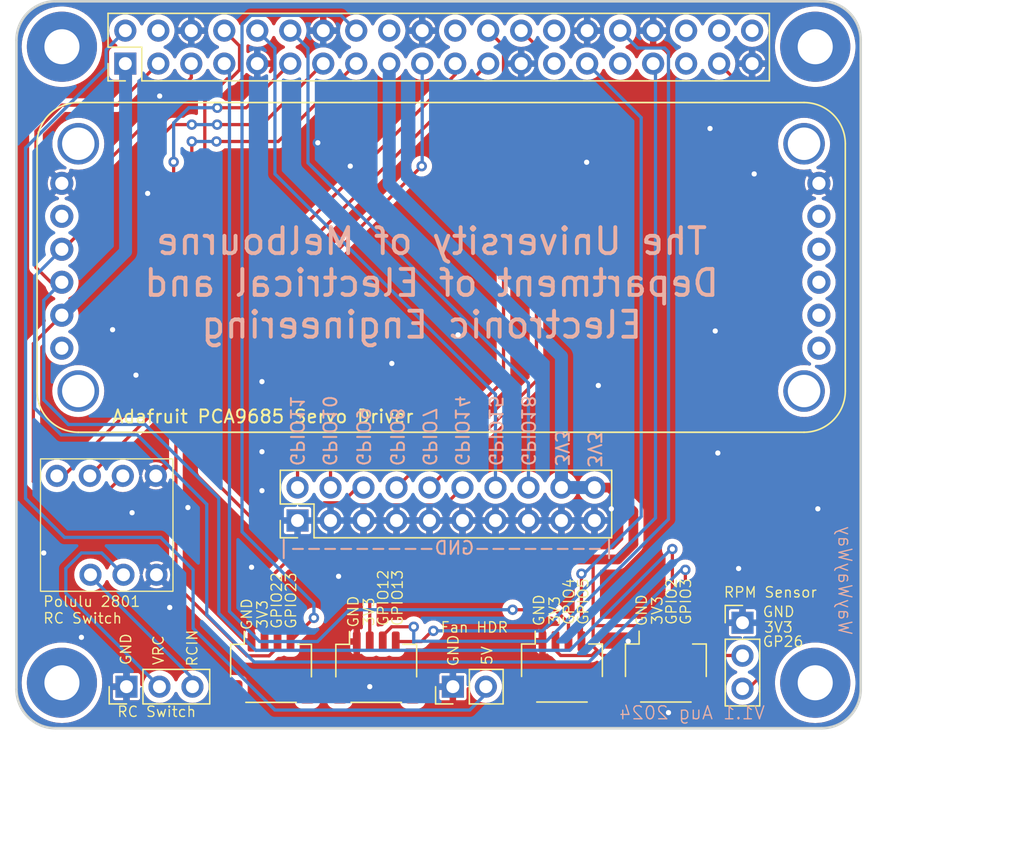
<source format=kicad_pcb>
(kicad_pcb (version 20221018) (generator pcbnew)
  (layers (0 "F.Cu" signal) (31 "B.Cu" signal) (34 "B.Paste" user) (35 "F.Paste" user) (36 "B.SilkS" user "B.Silkscreen") (37 "F.SilkS" user "F.Silkscreen") (38 "B.Mask" user) (39 "F.Mask" user) (44 "Edge.Cuts" user))
  (net 0 "")
  (net 1 "3.3V")
  (net 2 "VCC")
  (net 3 "SDA1")
  (net 5 "SCL1")
  (net 6 "GND")
  (net 7 "SDA2")
  (net 8 "GPIO14")
  (net 9 "GPIO15")
  (net 10 "GPIO17")
  (net 11 "GPIO18")
  (net 12 "GPIO27")
  (net 13 "SDA4")
  (net 14 "SCL4")
  (net 16 "GPIO10")
  (net 17 "GPIO9")
  (net 19 "GPIO11")
  (net 20 "GPIO8")
  (net 21 "GPIO7")
  (net 24 "SCL2")
  (net 26 "SDA3")
  (net 27 "SCL3")
  (net 30 "GPIO26")
  (net 35 "Net-(J7-Pin_2)")
  (net 36 "Net-(J7-Pin_3)")
  (footprint "Connector_JST:JST_SH_SM04B-SRSS-TB_1x04-1MP_P1.00mm_Horizontal" (layer "F.Cu") (at 62 63.3)
    (fp_text reference "J2" hide)
    (fp_text value "Conn_01x04" hide)
    (fp_line (start -3.11 -1.785) (end -2.06 -1.785) (stroke (width 0.12)) (layer "F.SilkS"))
    (fp_line (start -3.11 0.715) (end -3.11 -1.785) (stroke (width 0.12)) (layer "F.SilkS"))
    (fp_line (start -2.06 -1.785) (end -2.06 -2.775) (stroke (width 0.12)) (layer "F.SilkS"))
    (fp_line (start -1.94 2.685) (end 1.94 2.685) (stroke (width 0.12)) (layer "F.SilkS"))
    (fp_line (start 3.11 -1.785) (end 2.06 -1.785) (stroke (width 0.12)) (layer "F.SilkS"))
    (fp_line (start 3.11 0.715) (end 3.11 -1.785) (stroke (width 0.12)) (layer "F.SilkS"))
    (pad "1" smd roundrect (at -1.5 -2) (size 0.6 1.55) (layers "F.Cu" "F.Paste" "F.Mask") (net 6 "GND"))
    (pad "2" smd roundrect (at -0.5 -2) (size 0.6 1.55) (layers "F.Cu" "F.Paste" "F.Mask") (net 1 "3.3V"))
    (pad "3" smd roundrect (at 0.5 -2) (size 0.6 1.55) (layers "F.Cu" "F.Paste" "F.Mask") (net 3 "SDA1"))
    (pad "4" smd roundrect (at 1.5 -2) (size 0.6 1.55) (layers "F.Cu" "F.Paste" "F.Mask") (net 5 "SCL1"))
    (pad "MP" smd roundrect (at -2.8 1.875) (size 1.2 1.8) (layers "F.Cu" "F.Paste" "F.Mask") (roundrect_rratio 0.2083333333))
    (pad "MP" smd roundrect (at 2.8 1.875) (size 1.2 1.8) (layers "F.Cu" "F.Paste" "F.Mask") (roundrect_rratio 0.2083333333))
  )
  (footprint "Connector_PinHeader_2.54mm:PinHeader_1x02_P2.54mm_Vertical" (layer "F.Cu") (at 45.6 64.8 90)
    (fp_text reference "J9" hide)
    (fp_text value "Conn_01x02" hide)
    (fp_line (start -1.33 -1.33) (end 0 -1.33) (stroke (width 0.12)) (layer "F.SilkS"))
    (fp_line (start -1.33 0) (end -1.33 -1.33) (stroke (width 0.12)) (layer "F.SilkS"))
    (fp_line (start -1.33 1.27) (end -1.33 3.87) (stroke (width 0.12)) (layer "F.SilkS"))
    (fp_line (start -1.33 1.27) (end 1.33 1.27) (stroke (width 0.12)) (layer "F.SilkS"))
    (fp_line (start -1.33 3.87) (end 1.33 3.87) (stroke (width 0.12)) (layer "F.SilkS"))
    (fp_line (start 1.33 1.27) (end 1.33 3.87) (stroke (width 0.12)) (layer "F.SilkS"))
    (pad "1" thru_hole rect (at 0 0 90) (size 1.7 1.7) (drill 1) (layers "*.Cu" "*.Mask") (net 6 "GND"))
    (pad "2" thru_hole oval (at 0 2.54 90) (size 1.7 1.7) (drill 1) (layers "*.Cu" "*.Mask") (net 2 "VCC"))
  )
  (footprint "Connector_PinHeader_2.54mm:PinHeader_2x20_P2.54mm_Vertical" (layer "F.Cu") (at 20.38 16.8 90)
    (fp_text reference "J1" hide)
    (fp_text value "Conn_02x20_Odd_Even" hide)
    (fp_line (start -1.33 -1.33) (end 0 -1.33) (stroke (width 0.12)) (layer "F.SilkS"))
    (fp_line (start -1.33 0) (end -1.33 -1.33) (stroke (width 0.12)) (layer "F.SilkS"))
    (fp_line (start -1.33 1.27) (end -1.33 49.59) (stroke (width 0.12)) (layer "F.SilkS"))
    (fp_line (start -1.33 1.27) (end 1.27 1.27) (stroke (width 0.12)) (layer "F.SilkS"))
    (fp_line (start -1.33 49.59) (end 3.87 49.59) (stroke (width 0.12)) (layer "F.SilkS"))
    (fp_line (start 1.27 -1.33) (end 3.87 -1.33) (stroke (width 0.12)) (layer "F.SilkS"))
    (fp_line (start 1.27 1.27) (end 1.27 -1.33) (stroke (width 0.12)) (layer "F.SilkS"))
    (fp_line (start 3.87 -1.33) (end 3.87 49.59) (stroke (width 0.12)) (layer "F.SilkS"))
    (pad "1" thru_hole rect (at 0 0 90) (size 1.7 1.7) (drill 1) (layers "*.Cu" "*.Mask") (net 1 "3.3V"))
    (pad "2" thru_hole oval (at 2.54 0 90) (size 1.7 1.7) (drill 1) (layers "*.Cu" "*.Mask") (net 2 "VCC"))
    (pad "3" thru_hole oval (at 0 2.54 90) (size 1.7 1.7) (drill 1) (layers "*.Cu" "*.Mask") (net 3 "SDA1"))
    (pad "4" thru_hole oval (at 2.54 2.54 90) (size 1.7 1.7) (drill 1) (layers "*.Cu" "*.Mask"))
    (pad "5" thru_hole oval (at 0 5.08 90) (size 1.7 1.7) (drill 1) (layers "*.Cu" "*.Mask") (net 5 "SCL1"))
    (pad "6" thru_hole oval (at 2.54 5.08 90) (size 1.7 1.7) (drill 1) (layers "*.Cu" "*.Mask") (net 6 "GND"))
    (pad "7" thru_hole oval (at 0 7.62 90) (size 1.7 1.7) (drill 1) (layers "*.Cu" "*.Mask") (net 7 "SDA2"))
    (pad "8" thru_hole oval (at 2.54 7.62 90) (size 1.7 1.7) (drill 1) (layers "*.Cu" "*.Mask") (net 8 "GPIO14"))
    (pad "9" thru_hole oval (at 0 10.16 90) (size 1.7 1.7) (drill 1) (layers "*.Cu" "*.Mask") (net 6 "GND"))
    (pad "10" thru_hole oval (at 2.54 10.16 90) (size 1.7 1.7) (drill 1) (layers "*.Cu" "*.Mask") (net 9 "GPIO15"))
    (pad "11" thru_hole oval (at 0 12.7 90) (size 1.7 1.7) (drill 1) (layers "*.Cu" "*.Mask") (net 10 "GPIO17"))
    (pad "12" thru_hole oval (at 2.54 12.7 90) (size 1.7 1.7) (drill 1) (layers "*.Cu" "*.Mask") (net 11 "GPIO18"))
    (pad "13" thru_hole oval (at 0 15.24 90) (size 1.7 1.7) (drill 1) (layers "*.Cu" "*.Mask") (net 12 "GPIO27"))
    (pad "14" thru_hole oval (at 2.54 15.24 90) (size 1.7 1.7) (drill 1) (layers "*.Cu" "*.Mask") (net 6 "GND"))
    (pad "15" thru_hole oval (at 0 17.78 90) (size 1.7 1.7) (drill 1) (layers "*.Cu" "*.Mask") (net 13 "SDA4"))
    (pad "16" thru_hole oval (at 2.54 17.78 90) (size 1.7 1.7) (drill 1) (layers "*.Cu" "*.Mask") (net 14 "SCL4"))
    (pad "17" thru_hole oval (at 0 20.32 90) (size 1.7 1.7) (drill 1) (layers "*.Cu" "*.Mask") (net 1 "3.3V"))
    (pad "18" thru_hole oval (at 2.54 20.32 90) (size 1.7 1.7) (drill 1) (layers "*.Cu" "*.Mask"))
    (pad "19" thru_hole oval (at 0 22.86 90) (size 1.7 1.7) (drill 1) (layers "*.Cu" "*.Mask") (net 16 "GPIO10"))
    (pad "20" thru_hole oval (at 2.54 22.86 90) (size 1.7 1.7) (drill 1) (layers "*.Cu" "*.Mask") (net 6 "GND"))
    (pad "21" thru_hole oval (at 0 25.4 90) (size 1.7 1.7) (drill 1) (layers "*.Cu" "*.Mask") (net 17 "GPIO9"))
    (pad "22" thru_hole oval (at 2.54 25.4 90) (size 1.7 1.7) (drill 1) (layers "*.Cu" "*.Mask"))
    (pad "23" thru_hole oval (at 0 27.94 90) (size 1.7 1.7) (drill 1) (layers "*.Cu" "*.Mask") (net 19 "GPIO11"))
    (pad "24" thru_hole oval (at 2.54 27.94 90) (size 1.7 1.7) (drill 1) (layers "*.Cu" "*.Mask") (net 20 "GPIO8"))
    (pad "25" thru_hole oval (at 0 30.48 90) (size 1.7 1.7) (drill 1) (layers "*.Cu" "*.Mask") (net 6 "GND"))
    (pad "26" thru_hole oval (at 2.54 30.48 90) (size 1.7 1.7) (drill 1) (layers "*.Cu" "*.Mask") (net 21 "GPIO7"))
    (pad "27" thru_hole oval (at 0 33.02 90) (size 1.7 1.7) (drill 1) (layers "*.Cu" "*.Mask"))
    (pad "28" thru_hole oval (at 2.54 33.02 90) (size 1.7 1.7) (drill 1) (layers "*.Cu" "*.Mask"))
    (pad "29" thru_hole oval (at 0 35.56 90) (size 1.7 1.7) (drill 1) (layers "*.Cu" "*.Mask") (net 24 "SCL2"))
    (pad "30" thru_hole oval (at 2.54 35.56 90) (size 1.7 1.7) (drill 1) (layers "*.Cu" "*.Mask") (net 6 "GND"))
    (pad "31" thru_hole oval (at 0 38.1 90) (size 1.7 1.7) (drill 1) (layers "*.Cu" "*.Mask"))
    (pad "32" thru_hole oval (at 2.54 38.1 90) (size 1.7 1.7) (drill 1) (layers "*.Cu" "*.Mask") (net 26 "SDA3"))
    (pad "33" thru_hole oval (at 0 40.64 90) (size 1.7 1.7) (drill 1) (layers "*.Cu" "*.Mask") (net 27 "SCL3"))
    (pad "34" thru_hole oval (at 2.54 40.64 90) (size 1.7 1.7) (drill 1) (layers "*.Cu" "*.Mask") (net 6 "GND"))
    (pad "35" thru_hole oval (at 0 43.18 90) (size 1.7 1.7) (drill 1) (layers "*.Cu" "*.Mask"))
    (pad "36" thru_hole oval (at 2.54 43.18 90) (size 1.7 1.7) (drill 1) (layers "*.Cu" "*.Mask"))
    (pad "37" thru_hole oval (at 0 45.72 90) (size 1.7 1.7) (drill 1) (layers "*.Cu" "*.Mask") (net 30 "GPIO26"))
    (pad "38" thru_hole oval (at 2.54 45.72 90) (size 1.7 1.7) (drill 1) (layers "*.Cu" "*.Mask"))
    (pad "39" thru_hole oval (at 0 48.26 90) (size 1.7 1.7) (drill 1) (layers "*.Cu" "*.Mask") (net 6 "GND"))
    (pad "40" thru_hole oval (at 2.54 48.26 90) (size 1.7 1.7) (drill 1) (layers "*.Cu" "*.Mask"))
  )
  (footprint "Connector_PinHeader_2.54mm:PinHeader_2x10_P2.54mm_Vertical" (layer "F.Cu") (at 33.64 52 90)
    (fp_text reference "J6" hide)
    (fp_text value "Conn_02x10_Odd_Even" hide)
    (fp_line (start -1.33 -1.33) (end 0 -1.33) (stroke (width 0.12)) (layer "F.SilkS"))
    (fp_line (start -1.33 0) (end -1.33 -1.33) (stroke (width 0.12)) (layer "F.SilkS"))
    (fp_line (start -1.33 1.27) (end -1.33 24.19) (stroke (width 0.12)) (layer "F.SilkS"))
    (fp_line (start -1.33 1.27) (end 1.27 1.27) (stroke (width 0.12)) (layer "F.SilkS"))
    (fp_line (start -1.33 24.19) (end 3.87 24.19) (stroke (width 0.12)) (layer "F.SilkS"))
    (fp_line (start 1.27 -1.33) (end 3.87 -1.33) (stroke (width 0.12)) (layer "F.SilkS"))
    (fp_line (start 1.27 1.27) (end 1.27 -1.33) (stroke (width 0.12)) (layer "F.SilkS"))
    (fp_line (start 3.87 -1.33) (end 3.87 24.19) (stroke (width 0.12)) (layer "F.SilkS"))
    (pad "1" thru_hole rect (at 0 0 90) (size 1.7 1.7) (drill 1) (layers "*.Cu" "*.Mask") (net 6 "GND"))
    (pad "2" thru_hole oval (at 2.54 0 90) (size 1.7 1.7) (drill 1) (layers "*.Cu" "*.Mask") (net 19 "GPIO11"))
    (pad "3" thru_hole oval (at 0 2.54 90) (size 1.7 1.7) (drill 1) (layers "*.Cu" "*.Mask") (net 6 "GND"))
    (pad "4" thru_hole oval (at 2.54 2.54 90) (size 1.7 1.7) (drill 1) (layers "*.Cu" "*.Mask") (net 16 "GPIO10"))
    (pad "5" thru_hole oval (at 0 5.08 90) (size 1.7 1.7) (drill 1) (layers "*.Cu" "*.Mask") (net 6 "GND"))
    (pad "6" thru_hole oval (at 2.54 5.08 90) (size 1.7 1.7) (drill 1) (layers "*.Cu" "*.Mask") (net 17 "GPIO9"))
    (pad "7" thru_hole oval (at 0 7.62 90) (size 1.7 1.7) (drill 1) (layers "*.Cu" "*.Mask") (net 6 "GND"))
    (pad "8" thru_hole oval (at 2.54 7.62 90) (size 1.7 1.7) (drill 1) (layers "*.Cu" "*.Mask") (net 20 "GPIO8"))
    (pad "9" thru_hole oval (at 0 10.16 90) (size 1.7 1.7) (drill 1) (layers "*.Cu" "*.Mask") (net 6 "GND"))
    (pad "10" thru_hole oval (at 2.54 10.16 90) (size 1.7 1.7) (drill 1) (layers "*.Cu" "*.Mask") (net 21 "GPIO7"))
    (pad "11" thru_hole oval (at 0 12.7 90) (size 1.7 1.7) (drill 1) (layers "*.Cu" "*.Mask") (net 6 "GND"))
    (pad "12" thru_hole oval (at 2.54 12.7 90) (size 1.7 1.7) (drill 1) (layers "*.Cu" "*.Mask") (net 8 "GPIO14"))
    (pad "13" thru_hole oval (at 0 15.24 90) (size 1.7 1.7) (drill 1) (layers "*.Cu" "*.Mask") (net 6 "GND"))
    (pad "14" thru_hole oval (at 2.54 15.24 90) (size 1.7 1.7) (drill 1) (layers "*.Cu" "*.Mask") (net 9 "GPIO15"))
    (pad "15" thru_hole oval (at 0 17.78 90) (size 1.7 1.7) (drill 1) (layers "*.Cu" "*.Mask") (net 6 "GND"))
    (pad "16" thru_hole oval (at 2.54 17.78 90) (size 1.7 1.7) (drill 1) (layers "*.Cu" "*.Mask") (net 11 "GPIO18"))
    (pad "17" thru_hole oval (at 0 20.32 90) (size 1.7 1.7) (drill 1) (layers "*.Cu" "*.Mask") (net 6 "GND"))
    (pad "18" thru_hole oval (at 2.54 20.32 90) (size 1.7 1.7) (drill 1) (layers "*.Cu" "*.Mask") (net 1 "3.3V"))
    (pad "19" thru_hole oval (at 0 22.86 90) (size 1.7 1.7) (drill 1) (layers "*.Cu" "*.Mask") (net 6 "GND"))
    (pad "20" thru_hole oval (at 2.54 22.86 90) (size 1.7 1.7) (drill 1) (layers "*.Cu" "*.Mask") (net 1 "3.3V"))
  )
  (footprint "MountingHole:MountingHole_2.7mm_M2.5_Pad" (layer "F.Cu") (at 15.5 64.5)
    (fp_text reference "H3" hide)
    (fp_text value "MountingHole" hide)
    (pad "1" thru_hole circle (at 0 0) (size 5.4 5.4) (drill 2.7) (layers "*.Cu" "*.Mask"))
  )
  (footprint "MountingHole:MountingHole_2.7mm_M2.5_Pad" (layer "F.Cu") (at 73.5 64.5)
    (fp_text reference "H4" hide)
    (fp_text value "MountingHole" hide)
    (pad "1" thru_hole circle (at 0 0) (size 5.4 5.4) (drill 2.7) (layers "*.Cu" "*.Mask"))
  )
  (footprint "Polulu-PCA9685:Polulu-PCA9685" (layer "F.Cu") (at 44.7 32.5)
    (fp_text reference "U1" hide)
    (fp_text value "815")
    (fp_line (start -31.115 9.525) (end -31.115 -9.525) (stroke (width 0.127)) (layer "F.SilkS"))
    (fp_line (start -27.94 -12.7) (end 27.94 -12.7) (stroke (width 0.127)) (layer "F.SilkS"))
    (fp_line (start 27.94 12.7) (end -27.94 12.7) (stroke (width 0.127)) (layer "F.SilkS"))
    (fp_line (start 31.115 -9.525) (end 31.115 9.525) (stroke (width 0.127)) (layer "F.SilkS"))
    (fp_arc (start -31.115 -9.525) (mid -30.185064 -11.770064) (end -27.94 -12.7) (stroke (width 0.127)) (layer "F.SilkS"))
    (fp_arc (start -27.94 12.7) (mid -30.185064 11.770064) (end -31.115 9.525) (stroke (width 0.127)) (layer "F.SilkS"))
    (fp_arc (start 27.94 -12.7) (mid 30.185064 -11.770064) (end 31.115 -9.525) (stroke (width 0.127)) (layer "F.SilkS"))
    (fp_arc (start 31.115 9.525) (mid 30.185064 11.770064) (end 27.94 12.7) (stroke (width 0.127)) (layer "F.SilkS"))
    (pad "GND" thru_hole circle (at -29.21 -6.477) (size 1.778 1.778) (drill 1.016) (layers "*.Cu" "*.Mask") (net 6 "GND"))
    (pad "GND" thru_hole circle (at 29.083 -6.477) (size 1.778 1.778) (drill 1.016) (layers "*.Cu" "*.Mask") (net 6 "GND"))
    (pad "OE" thru_hole circle (at -29.21 -3.937) (size 1.778 1.778) (drill 1.016) (layers "*.Cu" "*.Mask"))
    (pad "OE" thru_hole circle (at 29.083 -3.937) (size 1.778 1.778) (drill 1.016) (layers "*.Cu" "*.Mask"))
    (pad "S1" thru_hole circle (at -27.94 -9.525) (size 3.2 3.2) (drill 2.5) (layers "*.Cu" "*.Mask"))
    (pad "S2" thru_hole circle (at 27.94 -9.525) (size 3.2 3.2) (drill 2.5) (layers "*.Cu" "*.Mask"))
    (pad "S3" thru_hole circle (at -27.94 9.525) (size 3.2 3.2) (drill 2.5) (layers "*.Cu" "*.Mask"))
    (pad "S4" thru_hole circle (at 27.94 9.525) (size 3.2 3.2) (drill 2.5) (layers "*.Cu" "*.Mask"))
    (pad "SCL" thru_hole circle (at -29.21 -1.397) (size 1.778 1.778) (drill 1.016) (layers "*.Cu" "*.Mask") (net 5 "SCL1"))
    (pad "SCL" thru_hole circle (at 29.083 -1.397) (size 1.778 1.778) (drill 1.016) (layers "*.Cu" "*.Mask") (net 5 "SCL1"))
    (pad "SDA" thru_hole circle (at -29.21 1.143) (size 1.778 1.778) (drill 1.016) (layers "*.Cu" "*.Mask") (net 3 "SDA1"))
    (pad "SDA" thru_hole circle (at 29.083 1.143) (size 1.778 1.778) (drill 1.016) (layers "*.Cu" "*.Mask") (net 3 "SDA1"))
    (pad "V+" thru_hole circle (at -29.21 6.223) (size 1.778 1.778) (drill 1.016) (layers "*.Cu" "*.Mask"))
    (pad "V+" thru_hole circle (at 29.083 6.223) (size 1.778 1.778) (drill 1.016) (layers "*.Cu" "*.Mask"))
    (pad "VCC" thru_hole circle (at -29.21 3.683) (size 1.778 1.778) (drill 1.016) (layers "*.Cu" "*.Mask") (net 1 "3.3V"))
    (pad "VCC" thru_hole circle (at 29.083 3.683) (size 1.778 1.778) (drill 1.016) (layers "*.Cu" "*.Mask") (net 1 "3.3V"))
  )
  (footprint "Polulu2801-RCSwitch:2801RCSwitch" (layer "F.Cu") (at 24.05 57.45 90)
    (fp_text reference "U2" hide)
    (fp_text value "~")
    (fp_rect (start 0 0) (end 10.2 -10.2) (stroke (width 0.1)) (fill none) (layer "F.SilkS"))
    (pad "1" thru_hole circle (at 1.27 -6.35 90) (size 1.7 1.7) (drill 1) (layers "*.Cu" "*.Mask") (net 36 "Net-(J7-Pin_3)"))
    (pad "2" thru_hole circle (at 1.27 -3.81 90) (size 1.7 1.7) (drill 1) (layers "*.Cu" "*.Mask") (net 35 "Net-(J7-Pin_2)"))
    (pad "3" thru_hole circle (at 1.27 -1.27 90) (size 1.7 1.7) (drill 1) (layers "*.Cu" "*.Mask") (net 6 "GND"))
    (pad "4" thru_hole circle (at 8.89 -1.32 90) (size 1.7 1.7) (drill 1) (layers "*.Cu" "*.Mask") (net 6 "GND"))
    (pad "5" thru_hole circle (at 8.89 -3.86 90) (size 1.7 1.7) (drill 1) (layers "*.Cu" "*.Mask") (net 1 "3.3V"))
    (pad "6" thru_hole circle (at 8.89 -6.4 90) (size 1.7 1.7) (drill 1) (layers "*.Cu" "*.Mask") (net 10 "GPIO17"))
    (pad "7" thru_hole circle (at 8.89 -8.94 90) (size 1.7 1.7) (drill 1) (layers "*.Cu" "*.Mask") (net 12 "GPIO27"))
  )
  (footprint "MountingHole:MountingHole_2.7mm_M2.5_Pad" (layer "F.Cu") (at 73.5 15.5)
    (fp_text reference "H2" hide)
    (fp_text value "MountingHole" hide)
    (pad "1" thru_hole circle (at 0 0) (size 5.4 5.4) (drill 2.7) (layers "*.Cu" "*.Mask"))
  )
  (footprint "Connector_JST:JST_SH_SM04B-SRSS-TB_1x04-1MP_P1.00mm_Horizontal" (layer "F.Cu") (at 31.6 63.325)
    (fp_text reference "J5" hide)
    (fp_text value "Conn_01x04" hide)
    (fp_line (start -3.11 -1.785) (end -2.06 -1.785) (stroke (width 0.12)) (layer "F.SilkS"))
    (fp_line (start -3.11 0.715) (end -3.11 -1.785) (stroke (width 0.12)) (layer "F.SilkS"))
    (fp_line (start -2.06 -1.785) (end -2.06 -2.775) (stroke (width 0.12)) (layer "F.SilkS"))
    (fp_line (start -1.94 2.685) (end 1.94 2.685) (stroke (width 0.12)) (layer "F.SilkS"))
    (fp_line (start 3.11 -1.785) (end 2.06 -1.785) (stroke (width 0.12)) (layer "F.SilkS"))
    (fp_line (start 3.11 0.715) (end 3.11 -1.785) (stroke (width 0.12)) (layer "F.SilkS"))
    (pad "1" smd roundrect (at -1.5 -2) (size 0.6 1.55) (layers "F.Cu" "F.Paste" "F.Mask") (net 6 "GND"))
    (pad "2" smd roundrect (at -0.5 -2) (size 0.6 1.55) (layers "F.Cu" "F.Paste" "F.Mask") (net 1 "3.3V"))
    (pad "3" smd roundrect (at 0.5 -2) (size 0.6 1.55) (layers "F.Cu" "F.Paste" "F.Mask") (net 13 "SDA4"))
    (pad "4" smd roundrect (at 1.5 -2) (size 0.6 1.55) (layers "F.Cu" "F.Paste" "F.Mask") (net 14 "SCL4"))
    (pad "MP" smd roundrect (at -2.8 1.875) (size 1.2 1.8) (layers "F.Cu" "F.Paste" "F.Mask") (roundrect_rratio 0.2083333333))
    (pad "MP" smd roundrect (at 2.8 1.875) (size 1.2 1.8) (layers "F.Cu" "F.Paste" "F.Mask") (roundrect_rratio 0.2083333333))
  )
  (footprint "MountingHole:MountingHole_2.7mm_M2.5_Pad" (layer "F.Cu") (at 15.5 15.5)
    (fp_text reference "H1" hide)
    (fp_text value "MountingHole" hide)
    (pad "1" thru_hole circle (at 0 0) (size 5.4 5.4) (drill 2.7) (layers "*.Cu" "*.Mask"))
  )
  (footprint "Connector_PinHeader_2.54mm:PinHeader_1x03_P2.54mm_Vertical" (layer "F.Cu") (at 20.47 64.8 90)
    (fp_text reference "J7" hide)
    (fp_text value "Conn_01x03" hide)
    (fp_line (start -1.33 -1.33) (end 0 -1.33) (stroke (width 0.12)) (layer "F.SilkS"))
    (fp_line (start -1.33 0) (end -1.33 -1.33) (stroke (width 0.12)) (layer "F.SilkS"))
    (fp_line (start -1.33 1.27) (end -1.33 6.41) (stroke (width 0.12)) (layer "F.SilkS"))
    (fp_line (start -1.33 1.27) (end 1.33 1.27) (stroke (width 0.12)) (layer "F.SilkS"))
    (fp_line (start -1.33 6.41) (end 1.33 6.41) (stroke (width 0.12)) (layer "F.SilkS"))
    (fp_line (start 1.33 1.27) (end 1.33 6.41) (stroke (width 0.12)) (layer "F.SilkS"))
    (pad "1" thru_hole rect (at 0 0 90) (size 1.7 1.7) (drill 1) (layers "*.Cu" "*.Mask") (net 6 "GND"))
    (pad "2" thru_hole oval (at 0 2.54 90) (size 1.7 1.7) (drill 1) (layers "*.Cu" "*.Mask") (net 35 "Net-(J7-Pin_2)"))
    (pad "3" thru_hole oval (at 0 5.08 90) (size 1.7 1.7) (drill 1) (layers "*.Cu" "*.Mask") (net 36 "Net-(J7-Pin_3)"))
  )
  (footprint "Connector_PinHeader_2.54mm:PinHeader_1x03_P2.54mm_Vertical" (layer "F.Cu") (at 67.9 59.875)
    (fp_text reference "J8" hide)
    (fp_text value "Conn_01x03" hide)
    (fp_line (start -1.33 -1.33) (end 0 -1.33) (stroke (width 0.12)) (layer "F.SilkS"))
    (fp_line (start -1.33 0) (end -1.33 -1.33) (stroke (width 0.12)) (layer "F.SilkS"))
    (fp_line (start -1.33 1.27) (end -1.33 6.41) (stroke (width 0.12)) (layer "F.SilkS"))
    (fp_line (start -1.33 1.27) (end 1.33 1.27) (stroke (width 0.12)) (layer "F.SilkS"))
    (fp_line (start -1.33 6.41) (end 1.33 6.41) (stroke (width 0.12)) (layer "F.SilkS"))
    (fp_line (start 1.33 1.27) (end 1.33 6.41) (stroke (width 0.12)) (layer "F.SilkS"))
    (pad "1" thru_hole rect (at 0 0) (size 1.7 1.7) (drill 1) (layers "*.Cu" "*.Mask") (net 6 "GND"))
    (pad "2" thru_hole oval (at 0 2.54) (size 1.7 1.7) (drill 1) (layers "*.Cu" "*.Mask") (net 1 "3.3V"))
    (pad "3" thru_hole oval (at 0 5.08) (size 1.7 1.7) (drill 1) (layers "*.Cu" "*.Mask") (net 30 "GPIO26"))
  )
  (footprint "Connector_JST:JST_SH_SM04B-SRSS-TB_1x04-1MP_P1.00mm_Horizontal" (layer "F.Cu") (at 54 63.3)
    (fp_text reference "J3" hide)
    (fp_text value "Conn_01x04" hide)
    (fp_line (start -3.11 -1.785) (end -2.06 -1.785) (stroke (width 0.12)) (layer "F.SilkS"))
    (fp_line (start -3.11 0.715) (end -3.11 -1.785) (stroke (width 0.12)) (layer "F.SilkS"))
    (fp_line (start -2.06 -1.785) (end -2.06 -2.775) (stroke (width 0.12)) (layer "F.SilkS"))
    (fp_line (start -1.94 2.685) (end 1.94 2.685) (stroke (width 0.12)) (layer "F.SilkS"))
    (fp_line (start 3.11 -1.785) (end 2.06 -1.785) (stroke (width 0.12)) (layer "F.SilkS"))
    (fp_line (start 3.11 0.715) (end 3.11 -1.785) (stroke (width 0.12)) (layer "F.SilkS"))
    (pad "1" smd roundrect (at -1.5 -2) (size 0.6 1.55) (layers "F.Cu" "F.Paste" "F.Mask") (net 6 "GND"))
    (pad "2" smd roundrect (at -0.5 -2) (size 0.6 1.55) (layers "F.Cu" "F.Paste" "F.Mask") (net 1 "3.3V"))
    (pad "3" smd roundrect (at 0.5 -2) (size 0.6 1.55) (layers "F.Cu" "F.Paste" "F.Mask") (net 7 "SDA2"))
    (pad "4" smd roundrect (at 1.5 -2) (size 0.6 1.55) (layers "F.Cu" "F.Paste" "F.Mask") (net 24 "SCL2"))
    (pad "MP" smd roundrect (at -2.8 1.875) (size 1.2 1.8) (layers "F.Cu" "F.Paste" "F.Mask") (roundrect_rratio 0.2083333333))
    (pad "MP" smd roundrect (at 2.8 1.875) (size 1.2 1.8) (layers "F.Cu" "F.Paste" "F.Mask") (roundrect_rratio 0.2083333333))
  )
  (footprint "Connector_JST:JST_SH_SM04B-SRSS-TB_1x04-1MP_P1.00mm_Horizontal" (layer "F.Cu") (at 39.7 63.325)
    (fp_text reference "J4" hide)
    (fp_text value "Conn_01x04" hide)
    (fp_line (start -3.11 -1.785) (end -2.06 -1.785) (stroke (width 0.12)) (layer "F.SilkS"))
    (fp_line (start -3.11 0.715) (end -3.11 -1.785) (stroke (width 0.12)) (layer "F.SilkS"))
    (fp_line (start -2.06 -1.785) (end -2.06 -2.775) (stroke (width 0.12)) (layer "F.SilkS"))
    (fp_line (start -1.94 2.685) (end 1.94 2.685) (stroke (width 0.12)) (layer "F.SilkS"))
    (fp_line (start 3.11 -1.785) (end 2.06 -1.785) (stroke (width 0.12)) (layer "F.SilkS"))
    (fp_line (start 3.11 0.715) (end 3.11 -1.785) (stroke (width 0.12)) (layer "F.SilkS"))
    (pad "1" smd roundrect (at -1.5 -2) (size 0.6 1.55) (layers "F.Cu" "F.Paste" "F.Mask") (net 6 "GND"))
    (pad "2" smd roundrect (at -0.5 -2) (size 0.6 1.55) (layers "F.Cu" "F.Paste" "F.Mask") (net 1 "3.3V"))
    (pad "3" smd roundrect (at 0.5 -2) (size 0.6 1.55) (layers "F.Cu" "F.Paste" "F.Mask") (net 26 "SDA3"))
    (pad "4" smd roundrect (at 1.5 -2) (size 0.6 1.55) (layers "F.Cu" "F.Paste" "F.Mask") (net 27 "SCL3"))
    (pad "MP" smd roundrect (at -2.8 1.875) (size 1.2 1.8) (layers "F.Cu" "F.Paste" "F.Mask") (roundrect_rratio 0.2083333333))
    (pad "MP" smd roundrect (at 2.8 1.875) (size 1.2 1.8) (layers "F.Cu" "F.Paste" "F.Mask") (roundrect_rratio 0.2083333333))
  )
  (gr_line (start 12 65) (end 12 15) (stroke (width 0.2)) (layer "Edge.Cuts"))
  (gr_arc (start 12 15) (mid 12.87868 12.87868) (end 15 12) (stroke (width 0.2)) (layer "Edge.Cuts"))
  (gr_arc (start 15 68) (mid 12.87868 67.12132) (end 12 65) (stroke (width 0.2)) (layer "Edge.Cuts"))
  (gr_arc (start 74 12) (mid 76.12132 12.87868) (end 77 15) (stroke (width 0.2)) (layer "Edge.Cuts"))
  (gr_line (start 77 15) (end 77 65) (stroke (width 0.2)) (layer "Edge.Cuts"))
  (gr_line (start 15 12) (end 74 12) (stroke (width 0.2)) (layer "Edge.Cuts"))
  (gr_arc (start 77 65) (mid 76.12132 67.12132) (end 74 68) (stroke (width 0.2)) (layer "Edge.Cuts"))
  (gr_line (start 74 68) (end 15 68) (stroke (width 0.2)) (layer "Edge.Cuts"))
  (gr_text "GPIO18" (at 50.8 47.9 270) (layer "B.SilkS") (effects (font (size 1 1)) (justify left bottom mirror)))
  (gr_text "GPIO15" (at 48.3 47.9 270) (layer "B.SilkS") (effects (font (size 1 1)) (justify left bottom mirror)))
  (gr_text "V1.1 Aug 2024\n" (at 69.7 67.4) (layer "B.SilkS") (effects (font (size 1 1) (thickness 0.1)) (justify left bottom mirror)))
  (gr_text "GPIO9" (at 38.1 47.9 270) (layer "B.SilkS") (effects (font (size 1 1)) (justify left bottom mirror)))
  (gr_text "|--------GND---------|\n" (at 58.2 54.7) (layer "B.SilkS") (effects (font (size 1 1)) (justify left bottom mirror)))
  (gr_text "3V3" (at 53.4 47.9 270) (layer "B.SilkS") (effects (font (size 1 1)) (justify left bottom mirror)))
  (gr_text "GPIO14\n" (at 45.7 47.9 270) (layer "B.SilkS") (effects (font (size 1 1)) (justify left bottom mirror)))
  (gr_text "3V3" (at 55.9 48 270) (layer "B.SilkS") (effects (font (size 1 1)) (justify left bottom mirror)))
  (gr_text "The University of Melbourne \nDepartment of Electrical and \nElectronic Engineering\n" (at 43.2 38.1) (layer "B.SilkS") (effects (font (size 2 2) (thickness 0.3)) (justify bottom mirror)))
  (gr_text "GPIO7" (at 43.2 47.9 270) (layer "B.SilkS") (effects (font (size 1 1)) (justify left bottom mirror)))
  (gr_text "GPIO11\n" (at 33 47.9 -90) (layer "B.SilkS") (effects (font (size 1 1)) (justify left bottom mirror)))
  (gr_text "GPIO8" (at 40.7 47.9 270) (layer "B.SilkS") (effects (font (size 1 1)) (justify left bottom mirror)))
  (gr_text "WayWayWay" (at 75.2 60.9 270) (layer "B.SilkS") (effects (font (size 1 1) (thickness 0.1)) (justify left bottom mirror)))
  (gr_text "GPIO10\n" (at 35.5 47.9 270) (layer "B.SilkS") (effects (font (size 1 1)) (justify left bottom mirror)))
  (gr_text "3V3\n" (at 39.6 60.2 90) (layer "F.SilkS") (effects (font (size 0.8 0.8) (thickness 0.1)) (justify left bottom)))
  (gr_text "GPIO13\n" (at 41.8 60.2 90) (layer "F.SilkS") (effects (font (size 0.8 0.8) (thickness 0.1)) (justify left bottom)))
  (gr_text "GPIO4\n" (at 55 60.1 90) (layer "F.SilkS") (effects (font (size 0.8 0.8) (thickness 0.1)) (justify left bottom)))
  (gr_text "GPIO23\n" (at 33.6 60.4 90) (layer "F.SilkS") (effects (font (size 0.8 0.8) (thickness 0.1)) (justify left bottom)))
  (gr_text "GP26" (at 69.4 61.8) (layer "F.SilkS") (effects (font (size 0.8 0.8) (thickness 0.1)) (justify left bottom)))
  (gr_text "GND" (at 30.2 60.5 90) (layer "F.SilkS") (effects (font (size 0.8 0.8) (thickness 0.1)) (justify left bottom)))
  (gr_text "Adafruit PCA9685 Servo Driver" (at 19.275 44.575) (layer "F.SilkS") (effects (font (size 1 1)) (justify left bottom)))
  (gr_text "GPIO12\n" (at 40.7 60.2 90) (layer "F.SilkS") (effects (font (size 0.8 0.8) (thickness 0.1)) (justify left bottom)))
  (gr_text "VRC" (at 23.4 63.2 90) (layer "F.SilkS") (effects (font (size 0.8 0.8) (thickness 0.1)) (justify left bottom)))
  (gr_text "GPIO2\n" (at 62.9 60.1 90) (layer "F.SilkS") (effects (font (size 0.8 0.8) (thickness 0.1)) (justify left bottom)))
  (gr_text "RPM Sensor" (at 66.4 58) (layer "F.SilkS") (effects (font (size 0.8 0.8) (thickness 0.1)) (justify left bottom)))
  (gr_text "GND" (at 60.6 60.2 90) (layer "F.SilkS") (effects (font (size 0.8 0.8) (thickness 0.1)) (justify left bottom)))
  (gr_text "GND\n" (at 20.9 63.2 90) (layer "F.SilkS") (effects (font (size 0.8 0.8) (thickness 0.1)) (justify left bottom)))
  (gr_text "GND" (at 52.7 60.2 90) (layer "F.SilkS") (effects (font (size 0.8 0.8) (thickness 0.1)) (justify left bottom)))
  (gr_text "Polulu 2801\nRC Switch" (at 14 60) (layer "F.SilkS") (effects (font (size 0.8 0.8) (thickness 0.1)) (justify left bottom)))
  (gr_text "Fan HDR" (at 44.6 60.7) (layer "F.SilkS") (effects (font (size 0.8 0.8) (thickness 0.1)) (justify left bottom)))
  (gr_text "RCIN" (at 26 63.3 90) (layer "F.SilkS") (effects (font (size 0.8 0.8) (thickness 0.1)) (justify left bottom)))
  (gr_text "5V" (at 48.7 63.2 90) (layer "F.SilkS") (effects (font (size 0.8 0.8) (thickness 0.1)) (justify left bottom)))
  (gr_text "3V3\n" (at 61.8 60.1 90) (layer "F.SilkS") (effects (font (size 0.8 0.8) (thickness 0.1)) (justify left bottom)))
  (gr_text "RC Switch" (at 19.7 67.2) (layer "F.SilkS") (effects (font (size 0.8 0.8) (thickness 0.1)) (justify left bottom)))
  (gr_text "GND\n" (at 69.4 59.5) (layer "F.SilkS") (effects (font (size 0.8 0.8) (thickness 0.1)) (justify left bottom)))
  (gr_text "GPIO22" (at 32.5 60.4 90) (layer "F.SilkS") (effects (font (size 0.8 0.8) (thickness 0.1)) (justify left bottom)))
  (gr_text "GPIO3\n" (at 64 60.1 90) (layer "F.SilkS") (effects (font (size 0.8 0.8) (thickness 0.1)) (justify left bottom)))
  (gr_text "3V3\n" (at 53.9 60.1 90) (layer "F.SilkS") (effects (font (size 0.8 0.8) (thickness 0.1)) (justify left bottom)))
  (gr_text "GND" (at 38.4 60.3 90) (layer "F.SilkS") (effects (font (size 0.8 0.8) (thickness 0.1)) (justify left bottom)))
  (gr_text "GPIO5\n" (at 56.1 60.1 90) (layer "F.SilkS") (effects (font (size 0.8 0.8) (thickness 0.1)) (justify left bottom)))
  (gr_text "3V3\n" (at 31.4 60.4 90) (layer "F.SilkS") (effects (font (size 0.8 0.8) (thickness 0.1)) (justify left bottom)))
  (gr_text "GND" (at 46.1 63.3 90) (layer "F.SilkS") (effects (font (size 0.8 0.8) (thickness 0.1)) (justify left bottom)))
  (gr_text "3V3" (at 69.5 60.7) (layer "F.SilkS") (effects (font (size 0.8 0.8) (thickness 0.1)) (justify left bottom)))
  (segment (start 58.9 54.4) (end 59.5 53.8) (width 0.75) (layer "F.Cu") (net 1))
  (segment (start 56.4 61) (end 56.4 60.1) (width 0.25) (layer "F.Cu") (net 1))
  (segment (start 13.3 49) (end 13.3 38.373) (width 0.25) (layer "F.Cu") (net 1))
  (segment (start 59.5 51.3) (end 57.66 49.46) (width 0.75) (layer "F.Cu") (net 1))
  (segment (start 48.2 55.1) (end 48.3 55) (width 0.25) (layer "F.Cu") (net 1))
  (segment (start 53.5 61.999999) (end 53.900001 62.4) (width 0.25) (layer "F.Cu") (net 1))
  (segment (start 56.3 62.4) (end 56.7 62) (width 0.25) (layer "F.Cu") (net 1))
  (segment (start 18.55 50.2) (end 14.5 50.2) (width 0.25) (layer "F.Cu") (net 1))
  (segment (start 61.149999 60.1) (end 56.4 60.1) (width 0.25) (layer "F.Cu") (net 1))
  (segment (start 58.3 55) (end 58.9 54.4) (width 0.75) (layer "F.Cu") (net 1))
  (segment (start 53.900001 62.4) (end 56.3 62.4) (width 0.25) (layer "F.Cu") (net 1))
  (segment (start 44.6 55) (end 45.1 55) (width 0.75) (layer "F.Cu") (net 1))
  (segment (start 68.5 62.015) (end 68.1 62.415) (width 0.25) (layer "F.Cu") (net 1))
  (segment (start 47.9 55) (end 48.3 55) (width 0.75) (layer "F.Cu") (net 1))
  (segment (start 32.95 55) (end 35.2 55) (width 0.75) (layer "F.Cu") (net 1))
  (segment (start 50.6 55) (end 52.7 55) (width 0.75) (layer "F.Cu") (net 1))
  (segment (start 13.3 38.373) (end 15.49 36.183) (width 0.25) (layer "F.Cu") (net 1))
  (segment (start 35.2 55) (end 35.8 55) (width 0.75) (layer "F.Cu") (net 1))
  (segment (start 20.19 48.56) (end 18.55 50.2) (width 0.25) (layer "F.Cu") (net 1))
  (segment (start 37.4 55) (end 39.6 55) (width 0.75) (layer "F.Cu") (net 1))
  (segment (start 32 55.95) (end 32.95 55) (width 0.25) (layer "F.Cu") (net 1))
  (segment (start 57.1 62.4) (end 56.7 62) (width 0.25) (layer "F.Cu") (net 1))
  (segment (start 56.4 61.7) (end 56.4 61) (width 0.25) (layer "F.Cu") (net 1))
  (segment (start 52.7 55) (end 53.2 55) (width 0.75) (layer "F.Cu") (net 1))
  (segment (start 40 55) (end 42.95 55) (width 0.75) (layer "F.Cu") (net 1))
  (segment (start 48.3 55) (end 49.45 55) (width 0.75) (layer "F.Cu") (net 1))
  (segment (start 67.9 62.415) (end 67.885 62.4) (width 0.25) (layer "F.Cu") (net 1))
  (segment (start 56.7 62) (end 56.4 61.7) (width 0.25) (layer "F.Cu") (net 1))
  (segment (start 53.2 55) (end 58.3 55) (width 0.75) (layer "F.Cu") (net 1))
  (segment (start 61.5 61.225) (end 61.5 60.450001) (width 0.25) (layer "F.Cu") (net 1))
  (segment (start 31.1 56.85) (end 32 55.95) (width 0.25) (layer "F.Cu") (net 1))
  (segment (start 57.66 49.46) (end 56.5 49.46) (width 0.75) (layer "F.Cu") (net 1))
  (segment (start 53.5 61.225) (end 53.5 61.999999) (width 0.25) (layer "F.Cu") (net 1))
  (segment (start 61.5 60.450001) (end 61.149999 60.1) (width 0.25) (layer "F.Cu") (net 1))
  (segment (start 46.7 55) (end 47.9 55) (width 0.75) (layer "F.Cu") (net 1))
  (segment (start 14.5 50.2) (end 13.3 49) (width 0.25) (layer "F.Cu") (net 1))
  (segment (start 42.95 55) (end 44.6 55) (width 0.75) (layer "F.Cu") (net 1))
  (segment (start 59.5 53.8) (end 59.5 51.3) (width 0.75) (layer "F.Cu") (net 1))
  (segment (start 56.4 55) (end 56.4 60.1) (width 0.25) (layer "F.Cu") (net 1))
  (segment (start 39.2 55.8) (end 40 55) (width 0.25) (layer "F.Cu") (net 1))
  (segment (start 39.2 61.325) (end 39.2 55.8) (width 0.25) (layer "F.Cu") (net 1))
  (segment (start 68.1 62.415) (end 67.9 62.415) (width 0.25) (layer "F.Cu") (net 1))
  (segment (start 67.885 62.4) (end 57.1 62.4) (width 0.25) (layer "F.Cu") (net 1))
  (segment (start 45.1 55) (end 46.7 55) (width 0.75) (layer "F.Cu") (net 1))
  (segment (start 49.45 55) (end 50.6 55) (width 0.75) (layer "F.Cu") (net 1))
  (segment (start 35.8 55) (end 37.4 55) (width 0.75) (layer "F.Cu") (net 1))
  (segment (start 39.6 55) (end 40 55) (width 0.75) (layer "F.Cu") (net 1))
  (segment (start 31.1 61.325) (end 31.1 56.85) (width 0.25) (layer "F.Cu") (net 1))
  (segment (start 20.19 48.56) (end 20.19 49.255) (width 0.25) (layer "B.Cu") (net 1))
  (segment (start 40.7 26.1) (end 40.7 16.8) (width 1) (layer "B.Cu") (net 1))
  (segment (start 20.4 31.273) (end 20.4 16.82) (width 1) (layer "B.Cu") (net 1))
  (segment (start 53.96 49.46) (end 56.5 49.46) (width 1) (layer "B.Cu") (net 1))
  (segment (start 53.96 39.36) (end 40.7 26.1) (width 1) (layer "B.Cu") (net 1))
  (segment (start 53.96 49.46) (end 53.96 39.36) (width 1) (layer "B.Cu") (net 1))
  (segment (start 15.49 36.183) (end 20.4 31.273) (width 1) (layer "B.Cu") (net 1))
  (segment (start 48.14 64.44) (end 48.14 64.8) (width 0.25) (layer "F.Cu") (net 2))
  (segment (start 18.9 17.1) (end 18.9 15.74) (width 0.25) (layer "B.Cu") (net 2))
  (segment (start 23.1 53.3) (end 15.7 53.3) (width 0.25) (layer "B.Cu") (net 2))
  (segment (start 48.14 64.8) (end 48.14 65.36) (width 0.25) (layer "B.Cu") (net 2))
  (segment (start 12.7 23.3) (end 18.9 17.1) (width 0.25) (layer "B.Cu") (net 2))
  (segment (start 25.6 60.3) (end 25.6 55.8) (width 0.25) (layer "B.Cu") (net 2))
  (segment (start 12.7 50.3) (end 12.7 23.3) (width 0.25) (layer "B.Cu") (net 2))
  (segment (start 31.9 66.6) (end 25.6 60.3) (width 0.25) (layer "B.Cu") (net 2))
  (segment (start 15.7 53.3) (end 12.7 50.3) (width 0.25) (layer "B.Cu") (net 2))
  (segment (start 25.6 55.8) (end 23.1 53.3) (width 0.25) (layer "B.Cu") (net 2))
  (segment (start 46.9 66.6) (end 31.9 66.6) (width 0.25) (layer "B.Cu") (net 2))
  (segment (start 48.14 65.36) (end 46.9 66.6) (width 0.25) (layer "B.Cu") (net 2))
  (segment (start 18.9 15.74) (end 20.38 14.26) (width 0.25) (layer "B.Cu") (net 2))
  (segment (start 13.5 32.5) (end 13.5 22) (width 0.25) (layer "F.Cu") (net 3))
  (segment (start 15.357 33.643) (end 15 34) (width 0.25) (layer "F.Cu") (net 3))
  (segment (start 15 34) (end 13.5 32.5) (width 0.25) (layer "F.Cu") (net 3))
  (segment (start 15.417 33.643) (end 15.357 33.643) (width 0.25) (layer "F.Cu") (net 3))
  (segment (start 19.72 20) (end 22.92 16.8) (width 0.25) (layer "F.Cu") (net 3))
  (segment (start 13.5 22) (end 15.5 20) (width 0.25) (layer "F.Cu") (net 3))
  (segment (start 62.5 61.3) (end 62.5 54.2) (width 0.25) (layer "F.Cu") (net 3))
  (segment (start 15.5 20) (end 19.72 20) (width 0.25) (layer "F.Cu") (net 3))
  (via (at 62.5 54.2) (size 0.8) (drill 0.4) (layers "F.Cu" "B.Cu") (net 3))
  (segment (start 62.5 54.2) (end 62.4 54.2) (width 0.25) (layer "B.Cu") (net 3))
  (segment (start 30.425 62) (end 27.575 59.15) (width 0.25) (layer "B.Cu") (net 3))
  (segment (start 62.4 54.2) (end 54.6 62) (width 0.25) (layer "B.Cu") (net 3))
  (segment (start 14.1 42.7) (end 14.1 35.033) (width 0.25) (layer "B.Cu") (net 3))
  (segment (start 16 44.6) (end 14.1 42.7) (width 0.25) (layer "B.Cu") (net 3))
  (segment (start 21.9 44.6) (end 16 44.6) (width 0.25) (layer "B.Cu") (net 3))
  (segment (start 27.575 50.275) (end 21.9 44.6) (width 0.25) (layer "B.Cu") (net 3))
  (segment (start 14.1 35.033) (end 15.49 33.643) (width 0.25) (layer "B.Cu") (net 3))
  (segment (start 54.6 62) (end 30.425 62) (width 0.25) (layer "B.Cu") (net 3))
  (segment (start 27.575 59.15) (end 27.575 50.275) (width 0.25) (layer "B.Cu") (net 3))
  (segment (start 17.275 29.425) (end 17.275 26.075305) (width 0.25) (layer "F.Cu") (net 5))
  (segment (start 15.597 31.103) (end 17.275 29.425) (width 0.25) (layer "F.Cu") (net 5))
  (segment (start 17.275 26.075305) (end 25.46 17.890305) (width 0.25) (layer "F.Cu") (net 5))
  (segment (start 63.5 61.3) (end 63.5 55.8) (width 0.25) (layer "F.Cu") (net 5))
  (segment (start 25.46 17.890305) (end 25.46 16.8) (width 0.25) (layer "F.Cu") (net 5))
  (segment (start 15.417 31.103) (end 15.597 31.103) (width 0.25) (layer "F.Cu") (net 5))
  (via (at 63.5 55.8) (size 0.8) (drill 0.4) (layers "F.Cu" "B.Cu") (net 5))
  (segment (start 26.65 50.75) (end 21.3 45.4) (width 0.25) (layer "B.Cu") (net 5))
  (segment (start 63.374695 55.6) (end 56.074695 62.9) (width 0.25) (layer "B.Cu") (net 5))
  (segment (start 13.4 43.35) (end 13.4 33.193) (width 0.25) (layer "B.Cu") (net 5))
  (segment (start 30.3 62.9) (end 26.65 59.25) (width 0.25) (layer "B.Cu") (net 5))
  (segment (start 56.074695 62.9) (end 30.3 62.9) (width 0.25) (layer "B.Cu") (net 5))
  (segment (start 26.65 59.25) (end 26.65 50.75) (width 0.25) (layer "B.Cu") (net 5))
  (segment (start 13.4 33.193) (end 15.49 31.103) (width 0.25) (layer "B.Cu") (net 5))
  (segment (start 15.45 45.4) (end 13.4 43.35) (width 0.25) (layer "B.Cu") (net 5))
  (segment (start 21.3 45.4) (end 15.45 45.4) (width 0.25) (layer "B.Cu") (net 5))
  (segment (start 63.4 55.6) (end 63.374695 55.6) (width 0.25) (layer "B.Cu") (net 5))
  (via (at 21.2 40.8) (size 0.8) (drill 0.4) (layers "F.Cu" "B.Cu") (net 6))
  (via (at 20.9 51.4) (size 0.8) (drill 0.4) (layers "F.Cu" "B.Cu") (net 6))
  (via (at 65.4 21.8) (size 0.8) (drill 0.4) (layers "F.Cu" "B.Cu") (net 6))
  (via (at 65.8 37.4) (size 0.8) (drill 0.4) (layers "F.Cu" "B.Cu") (net 6))
  (via (at 62.2 66.8) (size 0.8) (drill 0.4) (layers "F.Cu" "B.Cu") (net 6))
  (via (at 55.9 24.4) (size 0.8) (drill 0.4) (layers "F.Cu" "B.Cu") (net 6))
  (via (at 23.025 19.3) (size 0.8) (drill 0.4) (layers "F.Cu" "B.Cu") (net 6))
  (via (at 30.1 55.6) (size 0.8) (drill 0.4) (layers "F.Cu" "B.Cu") (net 6))
  (via (at 22.1 26.8) (size 0.8) (drill 0.4) (layers "F.Cu" "B.Cu") (net 6))
  (via (at 67.6 55.7) (size 0.8) (drill 0.4) (layers "F.Cu" "B.Cu") (net 6))
  (via (at 37.7 24.7) (size 0.8) (drill 0.4) (layers "F.Cu" "B.Cu") (net 6))
  (via (at 30.9 49.7) (size 0.8) (drill 0.4) (layers "F.Cu" "B.Cu") (net 6))
  (via (at 39.2 64.8) (size 0.8) (drill 0.4) (layers "F.Cu" "B.Cu") (net 6))
  (via (at 56.8 41.6) (size 0.8) (drill 0.4) (layers "F.Cu" "B.Cu") (net 6))
  (via (at 59.1 61.3) (size 0.8) (drill 0.4) (layers "F.Cu" "B.Cu") (net 6))
  (via (at 57.8 51.1) (size 0.8) (drill 0.4) (layers "F.Cu" "B.Cu") (net 6))
  (via (at 30.9 46.7) (size 0.8) (drill 0.4) (layers "F.Cu" "B.Cu") (net 6))
  (via (at 46 37.7) (size 0.8) (drill 0.4) (layers "F.Cu" "B.Cu") (net 6))
  (via (at 73.7 51.1) (size 0.8) (drill 0.4) (layers "F.Cu" "B.Cu") (net 6))
  (via (at 14.1 54.5) (size 0.8) (drill 0.4) (layers "F.Cu" "B.Cu") (net 6))
  (via (at 23.8 58.7) (size 0.8) (drill 0.4) (layers "F.Cu" "B.Cu") (net 6))
  (via (at 19.4 37.3) (size 0.8) (drill 0.4) (layers "F.Cu" "B.Cu") (net 6))
  (via (at 17 61) (size 0.8) (drill 0.4) (layers "F.Cu" "B.Cu") (net 6))
  (via (at 36.8 56.3) (size 0.8) (drill 0.4) (layers "F.Cu" "B.Cu") (net 6))
  (via (at 68.8 25.3) (size 0.8) (drill 0.4) (layers "F.Cu" "B.Cu") (net 6))
  (via (at 25.2 51) (size 0.8) (drill 0.4) (layers "F.Cu" "B.Cu") (net 6))
  (via (at 35.2 22.9) (size 0.8) (drill 0.4) (layers "F.Cu" "B.Cu") (net 6))
  (via (at 40.9 39.9) (size 0.8) (drill 0.4) (layers "F.Cu" "B.Cu") (net 6))
  (via (at 66 46.8) (size 0.8) (drill 0.4) (layers "F.Cu" "B.Cu") (net 6))
  (via (at 30.9 41.3) (size 0.8) (drill 0.4) (layers "F.Cu" "B.Cu") (net 6))
  (segment (start 50.2 58.875) (end 53.475 58.875) (width 0.25) (layer "F.Cu") (net 7))
  (segment (start 53.475 58.875) (end 54.5 59.9) (width 0.25) (layer "F.Cu") (net 7))
  (segment (start 54.5 59.9) (end 54.5 61.225) (width 0.25) (layer "F.Cu") (net 7))
  (via (at 50.2 58.875) (size 0.8) (drill 0.4) (layers "F.Cu" "B.Cu") (net 7))
  (segment (start 35.175 61.325) (end 30.725 61.325) (width 0.25) (layer "B.Cu") (net 7))
  (segment (start 28.4 17.2) (end 28 16.8) (width 0.25) (layer "B.Cu") (net 7))
  (segment (start 28.4 59) (end 28.4 17.2) (width 0.25) (layer "B.Cu") (net 7))
  (segment (start 50.2 58.875) (end 37.625 58.875) (width 0.25) (layer "B.Cu") (net 7))
  (segment (start 37.625 58.875) (end 35.175 61.325) (width 0.25) (layer "B.Cu") (net 7))
  (segment (start 30.725 61.325) (end 28.4 59) (width 0.25) (layer "B.Cu") (net 7))
  (segment (start 29.175 15.435) (end 28 14.26) (width 0.25) (layer "F.Cu") (net 8))
  (segment (start 26.5 48.2) (end 26.5 19.7) (width 0.25) (layer "F.Cu") (net 8))
  (segment (start 36.041701 53.8) (end 32.1 53.8) (width 0.25) (layer "F.Cu") (net 8))
  (segment (start 29.175 17.286701) (end 29.175 15.435) (width 0.25) (layer "F.Cu") (net 8))
  (segment (start 28.225 17.975) (end 28.486701 17.975) (width 0.25) (layer "F.Cu") (net 8))
  (segment (start 45 50.8) (end 38.068299 50.8) (width 0.25) (layer "F.Cu") (net 8))
  (segment (start 46.34 49.46) (end 45 50.8) (width 0.25) (layer "F.Cu") (net 8))
  (segment (start 26.5 19.7) (end 28.225 17.975) (width 0.25) (layer "F.Cu") (net 8))
  (segment (start 28.486701 17.975) (end 29.175 17.286701) (width 0.25) (layer "F.Cu") (net 8))
  (segment (start 37.355 51.513299) (end 37.355 52.486701) (width 0.25) (layer "F.Cu") (net 8))
  (segment (start 32.1 53.8) (end 26.5 48.2) (width 0.25) (layer "F.Cu") (net 8))
  (segment (start 37.355 52.486701) (end 36.041701 53.8) (width 0.25) (layer "F.Cu") (net 8))
  (segment (start 38.068299 50.8) (end 37.355 51.513299) (width 0.25) (layer "F.Cu") (net 8))
  (segment (start 31.9 25.3) (end 31.9 15.62) (width 0.25) (layer "B.Cu") (net 9))
  (segment (start 31.9 15.62) (end 30.54 14.26) (width 0.25) (layer "B.Cu") (net 9))
  (segment (start 48.88 49.46) (end 48.88 42.28) (width 0.25) (layer "B.Cu") (net 9))
  (segment (start 48.88 42.28) (end 31.9 25.3) (width 0.25) (layer "B.Cu") (net 9))
  (segment (start 27.462312 20.200331) (end 29.679669 20.200331) (width 0.25) (layer "F.Cu") (net 10))
  (segment (start 29.679669 20.200331) (end 33.08 16.8) (width 0.25) (layer "F.Cu") (net 10))
  (segment (start 24.1 42.11) (end 24.1 24.375) (width 0.25) (layer "F.Cu") (net 10))
  (segment (start 24.1 24.375) (end 24.075 24.35) (width 0.25) (layer "F.Cu") (net 10))
  (segment (start 17.61 48.6) (end 24.1 42.11) (width 0.25) (layer "F.Cu") (net 10))
  (via (at 27.462312 20.200331) (size 0.8) (drill 0.4) (layers "F.Cu" "B.Cu") (net 10))
  (via (at 24.1 24.375) (size 0.8) (drill 0.4) (layers "F.Cu" "B.Cu") (net 10))
  (segment (start 24.1 21.375) (end 24.1 24.375) (width 0.25) (layer "B.Cu") (net 10))
  (segment (start 27.462312 20.200331) (end 25.274669 20.200331) (width 0.25) (layer "B.Cu") (net 10))
  (segment (start 25.274669 20.200331) (end 24.1 21.375) (width 0.25) (layer "B.Cu") (net 10))
  (segment (start 51.42 49.46) (end 51.42 41.42) (width 0.25) (layer "B.Cu") (net 11))
  (segment (start 34.445 24.445) (end 34.445 15.625) (width 0.25) (layer "B.Cu") (net 11))
  (segment (start 51.42 41.42) (end 34.445 24.445) (width 0.25) (layer "B.Cu") (net 11))
  (segment (start 34.445 15.625) (end 33.08 14.26) (width 0.25) (layer "B.Cu") (net 11))
  (segment (start 15.11 48.56) (end 15.64 48.56) (width 0.25) (layer "F.Cu") (net 12))
  (segment (start 22.85 22.7) (end 24.05 21.5) (width 0.25) (layer "F.Cu") (net 12))
  (segment (start 15.64 48.56) (end 22.85 41.35) (width 0.25) (layer "F.Cu") (net 12))
  (segment (start 22.85 41.35) (end 22.85 22.7) (width 0.25) (layer "F.Cu") (net 12))
  (segment (start 27.45 21.5) (end 30.92 21.5) (width 0.25) (layer "F.Cu") (net 12))
  (segment (start 30.92 21.5) (end 35.62 16.8) (width 0.25) (layer "F.Cu") (net 12))
  (segment (start 24.05 21.5) (end 25.5 21.5) (width 0.25) (layer "F.Cu") (net 12))
  (via (at 25.5 21.5) (size 0.8) (drill 0.4) (layers "F.Cu" "B.Cu") (net 12))
  (via (at 27.45 21.5) (size 0.8) (drill 0.4) (layers "F.Cu" "B.Cu") (net 12))
  (segment (start 27.45 21.5) (end 27.425 21.5) (width 0.25) (layer "B.Cu") (net 12))
  (segment (start 25.5 21.5) (end 27.45 21.5) (width 0.25) (layer "B.Cu") (net 12))
  (segment (start 32.16 22.8) (end 38.16 16.8) (width 0.25) (layer "F.Cu") (net 13))
  (segment (start 32.1 61.325) (end 32.1 61.775908) (width 0.25) (layer "F.Cu") (net 13))
  (segment (start 32.1 61.775908) (end 31.450908 62.425) (width 0.25) (layer "F.Cu") (net 13))
  (segment (start 27.4 22.8) (end 32.16 22.8) (width 0.25) (layer "F.Cu") (net 13))
  (segment (start 31.450908 62.425) (end 29.749092 62.425) (width 0.25) (layer "F.Cu") (net 13))
  (segment (start 25.5 22.8) (end 25.5 22.9) (width 0.25) (layer "F.Cu") (net 13))
  (segment (start 29.749092 62.425) (end 24.275 56.950908) (width 0.25) (layer "F.Cu") (net 13))
  (segment (start 24.275 44.872144) (end 25.5 43.647144) (width 0.25) (layer "F.Cu") (net 13))
  (segment (start 24.275 56.950908) (end 24.275 44.872144) (width 0.25) (layer "F.Cu") (net 13))
  (segment (start 25.5 43.647144) (end 25.5 22.8) (width 0.25) (layer "F.Cu") (net 13))
  (via (at 25.5 22.8) (size 0.8) (drill 0.4) (layers "F.Cu" "B.Cu") (net 13))
  (via (at 27.4 22.8) (size 0.8) (drill 0.4) (layers "F.Cu" "B.Cu") (net 13))
  (segment (start 25.5 22.8) (end 27.4 22.8) (width 0.25) (layer "B.Cu") (net 13))
  (segment (start 33.1 61.3) (end 33.1 61.325) (width 0.25) (layer "F.Cu") (net 14))
  (segment (start 34.9 59.5) (end 34.7 59.7) (width 0.25) (layer "F.Cu") (net 14))
  (segment (start 34.9 59.5) (end 33.1 61.3) (width 0.25) (layer "F.Cu") (net 14))
  (via (at 34.9 59.5) (size 0.8) (drill 0.4) (layers "F.Cu" "B.Cu") (net 14))
  (segment (start 36.985 13.085) (end 38.16 14.26) (width 0.25) (layer "B.Cu") (net 14))
  (segment (start 34.9 58.4) (end 29.365 52.865) (width 0.25) (layer "B.Cu") (net 14))
  (segment (start 29.365 13.773299) (end 30.053299 13.085) (width 0.25) (layer "B.Cu") (net 14))
  (segment (start 29.365 52.865) (end 29.365 13.773299) (width 0.25) (layer "B.Cu") (net 14))
  (segment (start 30.053299 13.085) (end 36.985 13.085) (width 0.25) (layer "B.Cu") (net 14))
  (segment (start 34.9 59.5) (end 34.9 58.4) (width 0.25) (layer "B.Cu") (net 14))
  (segment (start 36.18 49.46) (end 36.18 31.72) (width 0.25) (layer "F.Cu") (net 16))
  (segment (start 36.18 31.72) (end 43.2 24.7) (width 0.25) (layer "F.Cu") (net 16))
  (via (at 43.2 24.7) (size 0.8) (drill 0.4) (layers "F.Cu" "B.Cu") (net 16))
  (segment (start 43.2 24.7) (end 43.24 24.66) (width 0.25) (layer "B.Cu") (net 16))
  (segment (start 43.24 24.66) (end 43.24 16.8) (width 0.25) (layer "B.Cu") (net 16))
  (segment (start 32.465 53.175) (end 32.015 52.725) (width 0.25) (layer "F.Cu") (net 17))
  (segment (start 37.065 50.635) (end 35.693299 50.635) (width 0.25) (layer "F.Cu") (net 17))
  (segment (start 32.015 31.410305) (end 45.78 17.645305) (width 0.25) (layer "F.Cu") (net 17))
  (segment (start 35.693299 50.635) (end 34.9 51.428299) (width 0.25) (layer "F.Cu") (net 17))
  (segment (start 32.015 52.725) (end 32.015 31.410305) (width 0.25) (layer "F.Cu") (net 17))
  (segment (start 34.9 53.09) (end 34.815 53.175) (width 0.25) (layer "F.Cu") (net 17))
  (segment (start 34.815 53.175) (end 32.465 53.175) (width 0.25) (layer "F.Cu") (net 17))
  (segment (start 45.78 17.645305) (end 45.78 16.8) (width 0.25) (layer "F.Cu") (net 17))
  (segment (start 34.9 51.428299) (end 34.9 53.09) (width 0.25) (layer "F.Cu") (net 17))
  (segment (start 38.72 49.46) (end 38.24 49.46) (width 0.25) (layer "F.Cu") (net 17))
  (segment (start 38.24 49.46) (end 37.065 50.635) (width 0.25) (layer "F.Cu") (net 17))
  (segment (start 33.64 31.48) (end 48.32 16.8) (width 0.25) (layer "F.Cu") (net 19))
  (segment (start 33.64 49.46) (end 33.64 31.48) (width 0.25) (layer "F.Cu") (net 19))
  (segment (start 49.5 41.22) (end 49.5 15.44) (width 0.25) (layer "F.Cu") (net 20))
  (segment (start 41.26 49.46) (end 49.5 41.22) (width 0.25) (layer "F.Cu") (net 20))
  (segment (start 49.5 15.44) (end 48.32 14.26) (width 0.25) (layer "F.Cu") (net 20))
  (segment (start 52.035 41.225) (end 52.035 15.435) (width 0.25) (layer "F.Cu") (net 21))
  (segment (start 52.035 15.435) (end 50.86 14.26) (width 0.25) (layer "F.Cu") (net 21))
  (segment (start 43.8 49.46) (end 52.035 41.225) (width 0.25) (layer "F.Cu") (net 21))
  (segment (start 55.5 56.1) (end 55.5 61.225) (width 0.25) (layer "F.Cu") (net 24))
  (via (at 55.5 56.1) (size 0.8) (drill 0.4) (layers "F.Cu" "B.Cu") (net 24))
  (segment (start 55.7 56.1) (end 60.1 51.7) (width 0.25) (layer "B.Cu") (net 24))
  (segment (start 60.1 20.96) (end 55.94 16.8) (width 0.25) (layer "B.Cu") (net 24))
  (segment (start 55.5 56.1) (end 55.7 56.1) (width 0.25) (layer "B.Cu") (net 24))
  (segment (start 60.1 51.7) (end 60.1 20.96) (width 0.25) (layer "B.Cu") (net 24))
  (segment (start 42.587347 60.187347) (end 40.886745 60.187347) (width 0.25) (layer "F.Cu") (net 26))
  (segment (start 40.886745 60.187347) (end 40.2 60.874092) (width 0.25) (layer "F.Cu") (net 26))
  (segment (start 40.2 60.874092) (end 40.2 61.325) (width 0.25) (layer "F.Cu") (net 26))
  (via (at 42.587347 60.187347) (size 0.8) (drill 0.4) (layers "F.Cu" "B.Cu") (net 26))
  (segment (start 62.2 15.9) (end 61.9 15.6) (width 0.25) (layer "B.Cu") (net 26))
  (segment (start 42.587347 61.387347) (end 42.674694 61.3) (width 0.25) (layer "B.Cu") (net 26))
  (segment (start 62.2 51.9) (end 62.2 15.9) (width 0.25) (layer "B.Cu") (net 26))
  (segment (start 42.674694 61.3) (end 52.8 61.3) (width 0.25) (layer "B.Cu") (net 26))
  (segment (start 59.82 15.6) (end 58.48 14.26) (width 0.25) (layer "B.Cu") (net 26))
  (segment (start 42.587347 60.187347) (end 42.587347 61.387347) (width 0.25) (layer "B.Cu") (net 26))
  (segment (start 52.8 61.3) (end 62.2 51.9) (width 0.25) (layer "B.Cu") (net 26))
  (segment (start 61.9 15.6) (end 59.82 15.6) (width 0.25) (layer "B.Cu") (net 26))
  (segment (start 43.175 61.325) (end 41.2 61.325) (width 0.25) (layer "F.Cu") (net 27))
  (segment (start 44 60.5) (end 43.175 61.325) (width 0.25) (layer "F.Cu") (net 27))
  (segment (start 44.1 60.5) (end 44 60.5) (width 0.25) (layer "F.Cu") (net 27))
  (via (at 44.1 60.5) (size 0.8) (drill 0.4) (layers "F.Cu" "B.Cu") (net 27))
  (segment (start 61.2 16.98) (end 61.02 16.8) (width 0.25) (layer "B.Cu") (net 27))
  (segment (start 44.1 60.5) (end 52.5 60.5) (width 0.25) (layer "B.Cu") (net 27))
  (segment (start 61.2 51.8) (end 61.2 16.98) (width 0.25) (layer "B.Cu") (net 27))
  (segment (start 52.5 60.5) (end 61.2 51.8) (width 0.25) (layer "B.Cu") (net 27))
  (segment (start 68.345 64.955) (end 69.7 63.6) (width 0.25) (layer "F.Cu") (net 30))
  (segment (start 69.7 20.4) (end 66.1 16.8) (width 0.25) (layer "F.Cu") (net 30))
  (segment (start 67.9 64.955) (end 68.345 64.955) (width 0.25) (layer "F.Cu") (net 30))
  (segment (start 69.7 63.6) (end 69.7 20.4) (width 0.25) (layer "F.Cu") (net 30))
  (segment (start 15.8 55.7) (end 15.8 57.59) (width 0.25) (layer "B.Cu") (net 35))
  (segment (start 17 54.5) (end 15.8 55.7) (width 0.25) (layer "B.Cu") (net 35))
  (segment (start 20.24 56.18) (end 18.56 54.5) (width 0.25) (layer "B.Cu") (net 35))
  (segment (start 15.8 57.59) (end 23.01 64.8) (width 0.25) (layer "B.Cu") (net 35))
  (segment (start 18.56 54.5) (end 17 54.5) (width 0.25) (layer "B.Cu") (net 35))
  (segment (start 17.74 56.34) (end 17.74 56.22) (width 0.25) (layer "B.Cu") (net 36))
  (segment (start 25.55 64.15) (end 17.74 56.34) (width 0.25) (layer "B.Cu") (net 36))
  (segment (start 25.55 64.475) (end 25.55 64.15) (width 0.25) (layer "B.Cu") (net 36))
  (zone (net 6) (net_name "GND") (layers "F&B.Cu") (connect_pads (clearance 0.4)) (min_thickness 0.25) (fill yes (thermal_gap 0.2) (thermal_bridge_width 0.5))
    (polygon (pts (xy 12 12) (xy 77 12) (xy 77 68) (xy 12 68)))
  )
)
</source>
